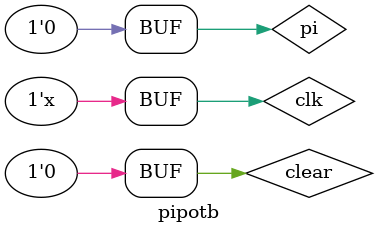
<source format=v>
module pipotb;
reg clk,clear;
reg pi;
wire po;
pipo uut(clk,clear,pi,po);
initial
begin
$dumpfile("pipo.vcd");
$dumpvars(0,pipotb);
end initial
begin
clk = 0;
clear = 0;
pi = 0;
#5 clear=1;
#5 clear=0;
#10 pi=1001;
#10 pi=1010;
#10 pi=1111;
#10 pi=1110;
#10 pi=1001;
#10 pi=0000;
end
always #5 clk = ~clk;
endmodule
  

</source>
